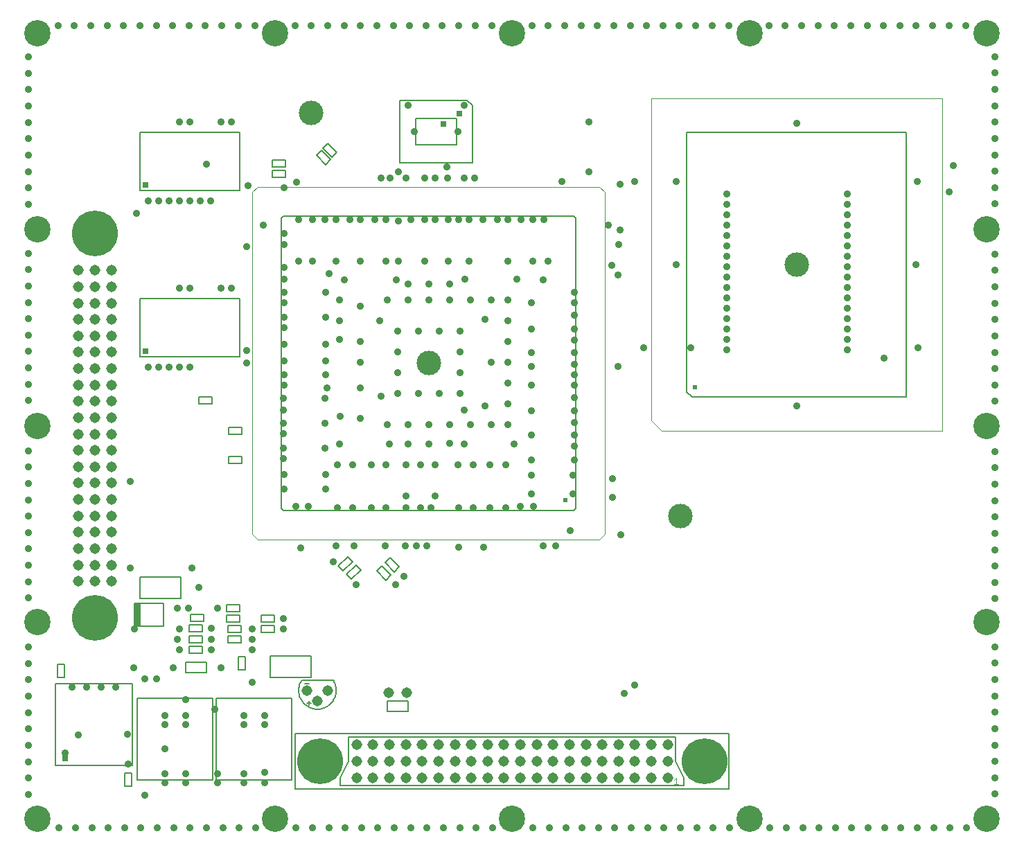
<source format=gbr>
G75*
G70*
%OFA0B0*%
%FSLAX24Y24*%
%IPPOS*%
%LPD*%
%AMOC8*
5,1,8,0,0,1.08239X$1,22.5*
%
%ADD10C,0.0515*%
%ADD11C,0.2205*%
%ADD12C,0.0050*%
%ADD13R,0.0197X0.0197*%
%ADD14C,0.0010*%
%ADD15R,0.0250X0.0250*%
%ADD16R,0.0200X0.0200*%
%ADD17C,0.0020*%
%ADD18R,0.0276X0.1102*%
%ADD19C,0.0030*%
%ADD20C,0.0360*%
%ADD21C,0.1266*%
%ADD22C,0.1181*%
D10*
X013905Y007105D03*
X014405Y006605D03*
X014905Y007105D03*
X017821Y007005D03*
X018689Y007005D03*
X018659Y004486D03*
X019446Y004486D03*
X019446Y003698D03*
X018659Y003698D03*
X018659Y002911D03*
X019446Y002911D03*
X020234Y002911D03*
X021021Y002911D03*
X021809Y002911D03*
X022596Y002911D03*
X022596Y003698D03*
X023383Y003698D03*
X024171Y003698D03*
X024171Y002911D03*
X023383Y002911D03*
X024958Y002911D03*
X024958Y003698D03*
X025746Y003698D03*
X026533Y003698D03*
X026533Y002911D03*
X025746Y002911D03*
X027320Y002911D03*
X027320Y003698D03*
X027320Y004486D03*
X026533Y004486D03*
X025746Y004486D03*
X024958Y004486D03*
X024171Y004486D03*
X023383Y004486D03*
X022596Y004486D03*
X021809Y004486D03*
X021021Y004486D03*
X020234Y004486D03*
X020234Y003698D03*
X021021Y003698D03*
X021809Y003698D03*
X017872Y003698D03*
X017872Y002911D03*
X017084Y002911D03*
X016297Y002911D03*
X016297Y003698D03*
X017084Y003698D03*
X017084Y004486D03*
X016297Y004486D03*
X017872Y004486D03*
X028108Y004486D03*
X028895Y004486D03*
X029683Y004486D03*
X030470Y004486D03*
X031257Y004486D03*
X031257Y003698D03*
X030470Y003698D03*
X030470Y002911D03*
X031257Y002911D03*
X029683Y002911D03*
X029683Y003698D03*
X028895Y003698D03*
X028108Y003698D03*
X028108Y002911D03*
X028895Y002911D03*
X004486Y012360D03*
X004486Y013147D03*
X004486Y013935D03*
X004486Y014722D03*
X004486Y015509D03*
X003698Y015509D03*
X002911Y015509D03*
X002911Y014722D03*
X003698Y014722D03*
X003698Y013935D03*
X002911Y013935D03*
X002911Y013147D03*
X003698Y013147D03*
X003698Y012360D03*
X002911Y012360D03*
X002911Y016297D03*
X003698Y016297D03*
X003698Y017084D03*
X002911Y017084D03*
X002911Y017872D03*
X003698Y017872D03*
X003698Y018659D03*
X002911Y018659D03*
X002911Y019446D03*
X003698Y019446D03*
X004486Y019446D03*
X004486Y018659D03*
X004486Y017872D03*
X004486Y017084D03*
X004486Y016297D03*
X004486Y020234D03*
X004486Y021021D03*
X004486Y021809D03*
X004486Y022596D03*
X004486Y023383D03*
X004486Y024171D03*
X004486Y024958D03*
X004486Y025746D03*
X004486Y026533D03*
X004486Y027320D03*
X003698Y027320D03*
X002911Y027320D03*
X002911Y026533D03*
X003698Y026533D03*
X003698Y025746D03*
X002911Y025746D03*
X002911Y024958D03*
X003698Y024958D03*
X003698Y024171D03*
X002911Y024171D03*
X002911Y023383D03*
X003698Y023383D03*
X003698Y022596D03*
X002911Y022596D03*
X002911Y021809D03*
X003698Y021809D03*
X003698Y021021D03*
X002911Y021021D03*
X002911Y020234D03*
X003698Y020234D03*
D11*
X003698Y029092D03*
X003698Y010588D03*
X014525Y003698D03*
X033029Y003698D03*
D12*
X032045Y002911D02*
X032045Y002517D01*
X015509Y002517D01*
X015509Y002911D01*
X015903Y003698D01*
X015903Y004879D01*
X031651Y004879D01*
X031651Y003698D01*
X032045Y002911D01*
X034210Y002360D02*
X034210Y005037D01*
X013344Y005037D01*
X013344Y002360D01*
X034210Y002360D01*
X018755Y006105D02*
X017755Y006105D01*
X017755Y006605D01*
X018755Y006605D01*
X018755Y006105D01*
X015155Y007605D02*
X013655Y007605D01*
X013795Y007425D02*
X013995Y007425D01*
X014089Y007743D02*
X014089Y008767D01*
X012121Y008767D01*
X012121Y007743D01*
X014089Y007743D01*
X013655Y007605D02*
X013624Y007555D01*
X013597Y007503D01*
X013572Y007449D01*
X013552Y007394D01*
X013534Y007337D01*
X013521Y007280D01*
X013512Y007222D01*
X013506Y007163D01*
X013504Y007104D01*
X013506Y007045D01*
X013512Y006987D01*
X013521Y006929D01*
X013535Y006871D01*
X013552Y006815D01*
X013573Y006760D01*
X013597Y006706D01*
X013625Y006654D01*
X013656Y006604D01*
X013690Y006556D01*
X013728Y006511D01*
X013768Y006468D01*
X013811Y006427D01*
X013857Y006390D01*
X013905Y006356D01*
X013955Y006325D01*
X014007Y006297D01*
X014060Y006273D01*
X014116Y006252D01*
X014172Y006235D01*
X014229Y006221D01*
X014287Y006212D01*
X014346Y006206D01*
X014405Y006204D01*
X014464Y006206D01*
X014523Y006212D01*
X014581Y006221D01*
X014638Y006235D01*
X014694Y006252D01*
X014750Y006273D01*
X014803Y006297D01*
X014855Y006325D01*
X014905Y006356D01*
X014953Y006390D01*
X014999Y006427D01*
X015042Y006468D01*
X015082Y006511D01*
X015120Y006556D01*
X015154Y006604D01*
X015185Y006654D01*
X015213Y006706D01*
X015237Y006760D01*
X015258Y006815D01*
X015275Y006871D01*
X015289Y006929D01*
X015298Y006987D01*
X015304Y007045D01*
X015306Y007104D01*
X015304Y007163D01*
X015298Y007222D01*
X015289Y007280D01*
X015276Y007337D01*
X015258Y007394D01*
X015238Y007449D01*
X015213Y007503D01*
X015186Y007555D01*
X015155Y007605D01*
X014105Y006505D02*
X013905Y006505D01*
X014005Y006605D02*
X014005Y006405D01*
X013166Y006724D02*
X013166Y002786D01*
X009544Y002786D01*
X009544Y006724D01*
X013166Y006724D01*
X010922Y008090D02*
X010588Y008090D01*
X010588Y008720D01*
X010922Y008720D01*
X010922Y008090D01*
X010720Y009388D02*
X010090Y009388D01*
X010090Y009722D01*
X010720Y009722D01*
X010720Y009388D01*
X010720Y009888D02*
X010090Y009888D01*
X010090Y010222D01*
X010720Y010222D01*
X010720Y009888D01*
X010670Y010388D02*
X010040Y010388D01*
X010040Y010722D01*
X010670Y010722D01*
X010670Y010388D01*
X010670Y010888D02*
X010040Y010888D01*
X010040Y011222D01*
X010670Y011222D01*
X010670Y010888D01*
X011690Y010722D02*
X011690Y010388D01*
X012320Y010388D01*
X012320Y010722D01*
X011690Y010722D01*
X011690Y010222D02*
X012320Y010222D01*
X012320Y009888D01*
X011690Y009888D01*
X011690Y010222D01*
X009055Y008455D02*
X009055Y007955D01*
X008055Y007955D01*
X008055Y008455D01*
X009055Y008455D01*
X008870Y008888D02*
X008240Y008888D01*
X008240Y009222D01*
X008870Y009222D01*
X008870Y008888D01*
X008870Y009388D02*
X008240Y009388D01*
X008240Y009722D01*
X008870Y009722D01*
X008870Y009388D01*
X008870Y009938D02*
X008240Y009938D01*
X008240Y010272D01*
X008870Y010272D01*
X008870Y009938D01*
X008920Y010438D02*
X008290Y010438D01*
X008290Y010772D01*
X008920Y010772D01*
X008920Y010438D01*
X007839Y011543D02*
X007839Y012567D01*
X005871Y012567D01*
X005871Y011543D01*
X007839Y011543D01*
X006994Y011306D02*
X006994Y010204D01*
X005616Y010204D01*
X005616Y011306D01*
X006994Y011306D01*
X005505Y007424D02*
X005505Y003486D01*
X001805Y003486D01*
X001805Y007424D01*
X005505Y007424D01*
X005744Y006724D02*
X009366Y006724D01*
X009366Y002786D01*
X005744Y002786D01*
X005744Y006724D01*
X002222Y007740D02*
X001888Y007740D01*
X001888Y008370D01*
X002222Y008370D01*
X002222Y007740D01*
X005138Y003120D02*
X005472Y003120D01*
X005472Y002490D01*
X005138Y002490D01*
X005138Y003120D01*
X015814Y012701D02*
X016051Y012464D01*
X016496Y012909D01*
X016259Y013146D01*
X015814Y012701D01*
X015651Y012864D02*
X015414Y013101D01*
X015859Y013546D01*
X016096Y013309D01*
X015651Y012864D01*
X017264Y012859D02*
X017501Y013096D01*
X017946Y012651D01*
X017709Y012414D01*
X017264Y012859D01*
X017664Y013259D02*
X017901Y013496D01*
X018346Y013051D01*
X018109Y012814D01*
X017664Y013259D01*
X012768Y015768D02*
X012668Y015868D01*
X012668Y029842D01*
X012768Y029942D01*
X026742Y029942D01*
X026842Y029842D01*
X026842Y015868D01*
X026742Y015768D01*
X012768Y015768D01*
X010770Y018038D02*
X010140Y018038D01*
X010140Y018372D01*
X010770Y018372D01*
X010770Y018038D01*
X010770Y019438D02*
X010140Y019438D01*
X010140Y019772D01*
X010770Y019772D01*
X010770Y019438D01*
X009320Y020888D02*
X008690Y020888D01*
X008690Y021222D01*
X009320Y021222D01*
X009320Y020888D01*
X010655Y023155D02*
X010655Y025955D01*
X005855Y025955D01*
X005855Y023155D01*
X010655Y023155D01*
X010655Y031155D02*
X005855Y031155D01*
X005855Y033955D01*
X010655Y033955D01*
X010655Y031155D01*
X012240Y031788D02*
X012240Y032122D01*
X012870Y032122D01*
X012870Y031788D01*
X012240Y031788D01*
X012240Y032288D02*
X012240Y032622D01*
X012870Y032622D01*
X012870Y032288D01*
X012240Y032288D01*
X014364Y032859D02*
X014601Y033096D01*
X015046Y032651D01*
X014809Y032414D01*
X014364Y032859D01*
X014664Y033209D02*
X014901Y033446D01*
X015346Y033001D01*
X015109Y032764D01*
X014664Y033209D01*
X018355Y032505D02*
X021855Y032505D01*
X021855Y035255D01*
X021605Y035505D01*
X018355Y035505D01*
X018355Y032505D01*
X019121Y033375D02*
X019121Y034635D01*
X021089Y034635D01*
X021089Y033375D01*
X019121Y033375D01*
X032180Y033980D02*
X042730Y033980D01*
X042730Y021230D01*
X032430Y021230D01*
X032180Y021480D01*
X032180Y033980D01*
D13*
X026349Y016261D03*
D14*
X027985Y014375D02*
X028235Y014625D01*
X028235Y031085D01*
X027985Y031335D01*
X011525Y031335D01*
X011275Y031085D01*
X011275Y014625D01*
X011525Y014375D01*
X027985Y014375D01*
D15*
X006130Y023430D03*
X006130Y031430D03*
X020480Y034380D03*
X021230Y034880D03*
X002280Y003830D03*
D16*
X032555Y021705D03*
D17*
X030455Y020105D02*
X030455Y035605D01*
X044455Y035605D01*
X044455Y019605D01*
X030955Y019605D01*
X030455Y020105D01*
D18*
X005774Y010755D03*
D19*
X031568Y002799D02*
X031665Y002896D01*
X031665Y002606D01*
X031568Y002606D02*
X031762Y002606D01*
D20*
X031868Y000505D03*
X032655Y000505D03*
X033443Y000505D03*
X034230Y000505D03*
X036156Y000505D03*
X036956Y000505D03*
X037756Y000505D03*
X038544Y000505D03*
X039331Y000505D03*
X040118Y000505D03*
X040906Y000505D03*
X041693Y000505D03*
X042481Y000505D03*
X043268Y000505D03*
X044055Y000505D03*
X044843Y000505D03*
X045630Y000505D03*
X047005Y002117D03*
X047005Y002905D03*
X047005Y003692D03*
X047005Y004479D03*
X047005Y005267D03*
X047005Y006054D03*
X047005Y006842D03*
X047005Y007629D03*
X047005Y008416D03*
X047005Y009204D03*
X047005Y011517D03*
X047005Y012305D03*
X047005Y013092D03*
X047005Y013879D03*
X047005Y014667D03*
X047005Y015454D03*
X047005Y016242D03*
X047005Y017029D03*
X047005Y017816D03*
X047005Y018604D03*
X047005Y021017D03*
X047005Y021805D03*
X047005Y022592D03*
X047005Y023379D03*
X047005Y024167D03*
X047005Y024954D03*
X047005Y025742D03*
X047005Y026529D03*
X047005Y027316D03*
X047005Y028104D03*
X047005Y030517D03*
X047005Y031305D03*
X047005Y032092D03*
X047005Y032879D03*
X047005Y033667D03*
X047005Y034454D03*
X047005Y035242D03*
X047005Y036029D03*
X047005Y036816D03*
X047005Y037604D03*
X045604Y039105D03*
X044804Y039105D03*
X044004Y039105D03*
X043216Y039105D03*
X042429Y039105D03*
X041642Y039105D03*
X040854Y039105D03*
X040067Y039105D03*
X039279Y039105D03*
X038492Y039105D03*
X037705Y039105D03*
X036917Y039105D03*
X036130Y039105D03*
X034204Y039105D03*
X033404Y039105D03*
X032604Y039105D03*
X031816Y039105D03*
X031029Y039105D03*
X030242Y039105D03*
X029454Y039105D03*
X028667Y039105D03*
X027879Y039105D03*
X027092Y039105D03*
X026305Y039105D03*
X025517Y039105D03*
X024730Y039105D03*
X022804Y039105D03*
X022004Y039105D03*
X021204Y039105D03*
X020416Y039105D03*
X019629Y039105D03*
X018842Y039105D03*
X018054Y039105D03*
X017267Y039105D03*
X016479Y039105D03*
X015692Y039105D03*
X014905Y039105D03*
X014117Y039105D03*
X013330Y039105D03*
X011404Y039105D03*
X010604Y039105D03*
X009804Y039105D03*
X009016Y039105D03*
X008229Y039105D03*
X007442Y039105D03*
X006654Y039105D03*
X005867Y039105D03*
X005079Y039105D03*
X004292Y039105D03*
X003505Y039105D03*
X002717Y039105D03*
X001930Y039105D03*
X000505Y037593D03*
X000505Y036805D03*
X000505Y036018D03*
X000505Y035231D03*
X000505Y034443D03*
X000505Y033656D03*
X000505Y032868D03*
X000505Y032081D03*
X000505Y031294D03*
X000505Y030506D03*
X000505Y028143D03*
X000505Y027355D03*
X000505Y026568D03*
X000505Y025781D03*
X000505Y024993D03*
X000505Y024206D03*
X000505Y023418D03*
X000505Y022631D03*
X000505Y021844D03*
X000505Y021056D03*
X000505Y018643D03*
X000505Y017855D03*
X000505Y017068D03*
X000505Y016281D03*
X000505Y015493D03*
X000505Y014706D03*
X000505Y013918D03*
X000505Y013131D03*
X000505Y012344D03*
X000505Y011556D03*
X000505Y009193D03*
X000505Y008405D03*
X000505Y007618D03*
X000505Y006831D03*
X000505Y006043D03*
X000505Y005256D03*
X000505Y004468D03*
X000505Y003681D03*
X000505Y002894D03*
X000505Y002106D03*
X001956Y000505D03*
X002756Y000505D03*
X003556Y000505D03*
X004344Y000505D03*
X005131Y000505D03*
X005918Y000505D03*
X006706Y000505D03*
X007493Y000505D03*
X008281Y000505D03*
X009068Y000505D03*
X009855Y000505D03*
X010643Y000505D03*
X011430Y000505D03*
X013356Y000505D03*
X014156Y000505D03*
X014956Y000505D03*
X015744Y000505D03*
X016531Y000505D03*
X017318Y000505D03*
X018106Y000505D03*
X018893Y000505D03*
X019681Y000505D03*
X020468Y000505D03*
X021255Y000505D03*
X022043Y000505D03*
X022830Y000505D03*
X024756Y000505D03*
X025556Y000505D03*
X026356Y000505D03*
X027144Y000505D03*
X027931Y000505D03*
X028718Y000505D03*
X029506Y000505D03*
X030293Y000505D03*
X031081Y000505D03*
X029155Y006955D03*
X029655Y007355D03*
X025855Y014055D03*
X025255Y014055D03*
X026555Y014805D03*
X024805Y015955D03*
X024705Y016555D03*
X024155Y015955D03*
X023455Y015905D03*
X022705Y015905D03*
X021905Y015905D03*
X021205Y015905D03*
X020055Y016455D03*
X019855Y015905D03*
X019355Y015905D03*
X018655Y015905D03*
X018655Y016455D03*
X017705Y015905D03*
X017005Y015905D03*
X016105Y015905D03*
X015355Y015905D03*
X014805Y016805D03*
X014805Y017505D03*
X015355Y017955D03*
X016105Y017955D03*
X017005Y017955D03*
X017705Y017955D03*
X018655Y017955D03*
X019355Y017955D03*
X020055Y017955D03*
X019755Y018955D03*
X018755Y018955D03*
X017855Y018955D03*
X017755Y019905D03*
X018755Y019905D03*
X019755Y019905D03*
X020755Y019905D03*
X021455Y020605D03*
X021755Y019905D03*
X022755Y019905D03*
X023555Y019905D03*
X023555Y020905D03*
X022455Y020805D03*
X021255Y021405D03*
X021255Y022405D03*
X020255Y021405D03*
X019255Y021405D03*
X018255Y021405D03*
X017455Y021255D03*
X016455Y021655D03*
X016455Y022905D03*
X016455Y023905D03*
X015455Y024005D03*
X014805Y023755D03*
X014805Y022955D03*
X014805Y022305D03*
X014855Y021655D03*
X014755Y021155D03*
X015505Y020305D03*
X014755Y019955D03*
X014755Y018755D03*
X015455Y018955D03*
X016455Y020205D03*
X018255Y022405D03*
X018255Y023405D03*
X018255Y024405D03*
X017405Y024905D03*
X016455Y025605D03*
X015455Y025905D03*
X014805Y026255D03*
X014955Y027155D03*
X015305Y027755D03*
X016455Y027755D03*
X015705Y026855D03*
X014155Y027755D03*
X013505Y027755D03*
X012805Y027455D03*
X012805Y026905D03*
X012805Y026255D03*
X012805Y025755D03*
X012805Y025055D03*
X012805Y024555D03*
X012805Y023755D03*
X012805Y022955D03*
X012805Y022305D03*
X012805Y021805D03*
X012755Y021155D03*
X012755Y020605D03*
X012755Y019955D03*
X012755Y019455D03*
X012755Y018755D03*
X012755Y018255D03*
X012805Y017505D03*
X012805Y016805D03*
X013355Y015955D03*
X013955Y015955D03*
X013605Y013955D03*
X015155Y013305D03*
X015305Y014055D03*
X016155Y014055D03*
X017655Y014055D03*
X018629Y014055D03*
X019179Y014055D03*
X019655Y014055D03*
X021205Y014005D03*
X022405Y014005D03*
X018555Y012605D03*
X018155Y012205D03*
X016255Y012205D03*
X012755Y010555D03*
X012755Y010055D03*
X011255Y010055D03*
X011255Y009555D03*
X011255Y009055D03*
X009755Y008205D03*
X009305Y009055D03*
X009305Y009555D03*
X009305Y010105D03*
X009605Y011055D03*
X008705Y012055D03*
X008355Y013005D03*
X008205Y011055D03*
X007655Y011055D03*
X007755Y010055D03*
X007655Y009555D03*
X007755Y009055D03*
X007455Y008205D03*
X006655Y007655D03*
X006105Y007655D03*
X005555Y008205D03*
X004705Y007255D03*
X004005Y007255D03*
X003305Y007255D03*
X002605Y007255D03*
X002905Y004955D03*
X002255Y004105D03*
X005305Y003555D03*
X006105Y002055D03*
X007055Y002655D03*
X007055Y003105D03*
X008055Y003105D03*
X008055Y002655D03*
X009605Y002655D03*
X009605Y003105D03*
X010855Y003105D03*
X010855Y002655D03*
X011855Y002655D03*
X011855Y003155D03*
X011855Y005455D03*
X011855Y005905D03*
X010855Y005905D03*
X010855Y005455D03*
X009455Y006205D03*
X008055Y005905D03*
X008055Y005455D03*
X007055Y005455D03*
X007055Y005905D03*
X008055Y006655D03*
X005255Y005005D03*
X007055Y004305D03*
X011255Y007505D03*
X005605Y010055D03*
X005405Y013005D03*
X005405Y017155D03*
X006255Y022655D03*
X006755Y022655D03*
X007255Y022655D03*
X007755Y022655D03*
X008255Y022655D03*
X011005Y022855D03*
X011005Y023455D03*
X010255Y026455D03*
X009755Y026455D03*
X008255Y026455D03*
X007755Y026455D03*
X011005Y028455D03*
X011805Y029505D03*
X012805Y029105D03*
X012805Y028555D03*
X013505Y029755D03*
X014155Y029755D03*
X014755Y029755D03*
X015305Y029755D03*
X015955Y029755D03*
X016455Y029755D03*
X017155Y029755D03*
X017705Y029755D03*
X018305Y029705D03*
X018905Y029755D03*
X019555Y029755D03*
X020055Y029755D03*
X020705Y029755D03*
X021205Y029755D03*
X021705Y029755D03*
X022355Y029755D03*
X023055Y029755D03*
X023555Y029755D03*
X024205Y029755D03*
X024755Y029755D03*
X025305Y029755D03*
X026155Y031605D03*
X027455Y032055D03*
X028955Y031455D03*
X029655Y031605D03*
X031655Y031605D03*
X034105Y031005D03*
X034105Y030505D03*
X034105Y030005D03*
X034105Y029505D03*
X034105Y029005D03*
X034105Y028505D03*
X034105Y028005D03*
X034105Y027505D03*
X034105Y027005D03*
X034105Y026505D03*
X034105Y026005D03*
X034105Y025505D03*
X034105Y025005D03*
X034105Y024505D03*
X034105Y024005D03*
X034105Y023505D03*
X032355Y023605D03*
X030105Y023605D03*
X028855Y022705D03*
X026755Y022805D03*
X026755Y022305D03*
X026755Y021805D03*
X026755Y021205D03*
X026755Y020555D03*
X026755Y020005D03*
X026755Y019405D03*
X026755Y018855D03*
X026755Y018205D03*
X026705Y017455D03*
X026705Y016555D03*
X028605Y016405D03*
X028605Y017305D03*
X029005Y014605D03*
X024705Y017455D03*
X024705Y018205D03*
X023855Y018955D03*
X024705Y019405D03*
X024705Y020555D03*
X024705Y021805D03*
X024705Y022705D03*
X024705Y023355D03*
X023555Y022905D03*
X022755Y022905D03*
X023555Y021905D03*
X023555Y023905D03*
X023555Y024905D03*
X022455Y024955D03*
X022755Y025905D03*
X023555Y025905D03*
X024005Y026905D03*
X023555Y027755D03*
X024755Y027755D03*
X025505Y027755D03*
X025255Y026855D03*
X024705Y025755D03*
X024705Y024505D03*
X026755Y024505D03*
X026755Y023955D03*
X026755Y023355D03*
X026755Y025155D03*
X026755Y025755D03*
X026755Y026255D03*
X028555Y027555D03*
X028855Y027105D03*
X028905Y028555D03*
X028955Y029255D03*
X028405Y029505D03*
X031655Y027605D03*
X027455Y034455D03*
X021955Y031755D03*
X021455Y031755D03*
X020655Y031755D03*
X020636Y032305D03*
X020055Y031755D03*
X019555Y031755D03*
X018655Y031755D03*
X018305Y032055D03*
X017905Y031755D03*
X017455Y031755D03*
X019055Y034005D03*
X018755Y035255D03*
X021155Y034005D03*
X021455Y035255D03*
X013405Y031555D03*
X012805Y031305D03*
X011055Y031405D03*
X009255Y030655D03*
X008755Y030655D03*
X008255Y030655D03*
X007755Y030655D03*
X007255Y030655D03*
X006755Y030655D03*
X006255Y030655D03*
X005705Y030055D03*
X009065Y032425D03*
X009755Y034455D03*
X010255Y034455D03*
X008255Y034455D03*
X007755Y034455D03*
X017705Y027755D03*
X018305Y027755D03*
X018205Y026855D03*
X018755Y026655D03*
X018755Y025905D03*
X017755Y025905D03*
X019755Y025905D03*
X019755Y026655D03*
X020755Y026655D03*
X020755Y025905D03*
X021755Y025905D03*
X021505Y026905D03*
X021705Y027755D03*
X020705Y027755D03*
X019555Y027755D03*
X019255Y024405D03*
X020255Y024405D03*
X021255Y024405D03*
X021255Y023405D03*
X020755Y019005D03*
X021455Y018955D03*
X021155Y017955D03*
X021905Y017955D03*
X022705Y017955D03*
X023455Y017955D03*
X015455Y024905D03*
X014805Y025055D03*
X037455Y020805D03*
X039905Y023505D03*
X039905Y024005D03*
X039905Y024505D03*
X039905Y025005D03*
X039905Y025505D03*
X039905Y026005D03*
X039905Y026505D03*
X039905Y027005D03*
X039905Y027505D03*
X039905Y028005D03*
X039905Y028505D03*
X039905Y029005D03*
X039905Y029505D03*
X039905Y030005D03*
X039905Y030505D03*
X039905Y031005D03*
X043255Y031605D03*
X044805Y031105D03*
X045005Y032355D03*
X043205Y027605D03*
X043305Y023605D03*
X041655Y023105D03*
X037455Y034405D03*
D21*
X000942Y000942D03*
X000942Y010391D03*
X000942Y019840D03*
X000942Y029289D03*
X000942Y038738D03*
X012360Y038738D03*
X023777Y038738D03*
X035194Y038738D03*
X046612Y038738D03*
X046612Y029289D03*
X046612Y019840D03*
X046612Y010391D03*
X046612Y000942D03*
X035194Y000942D03*
X023777Y000942D03*
X012360Y000942D03*
D22*
X031855Y015498D03*
X019755Y022855D03*
X014105Y034898D03*
X037455Y027605D03*
M02*

</source>
